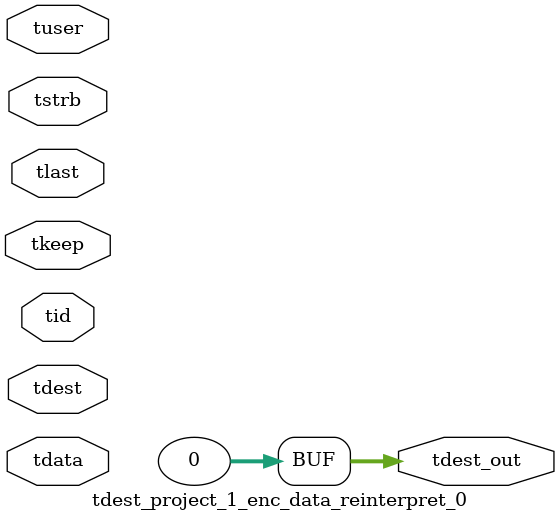
<source format=v>


`timescale 1ps/1ps

module tdest_project_1_enc_data_reinterpret_0 #
(
parameter C_S_AXIS_TDATA_WIDTH = 32,
parameter C_S_AXIS_TUSER_WIDTH = 0,
parameter C_S_AXIS_TID_WIDTH   = 0,
parameter C_S_AXIS_TDEST_WIDTH = 0,
parameter C_M_AXIS_TDEST_WIDTH = 32
)
(
input  [(C_S_AXIS_TDATA_WIDTH == 0 ? 1 : C_S_AXIS_TDATA_WIDTH)-1:0     ] tdata,
input  [(C_S_AXIS_TUSER_WIDTH == 0 ? 1 : C_S_AXIS_TUSER_WIDTH)-1:0     ] tuser,
input  [(C_S_AXIS_TID_WIDTH   == 0 ? 1 : C_S_AXIS_TID_WIDTH)-1:0       ] tid,
input  [(C_S_AXIS_TDEST_WIDTH == 0 ? 1 : C_S_AXIS_TDEST_WIDTH)-1:0     ] tdest,
input  [(C_S_AXIS_TDATA_WIDTH/8)-1:0 ] tkeep,
input  [(C_S_AXIS_TDATA_WIDTH/8)-1:0 ] tstrb,
input                                                                    tlast,
output [C_M_AXIS_TDEST_WIDTH-1:0] tdest_out
);

assign tdest_out = {1'b0};

endmodule


</source>
